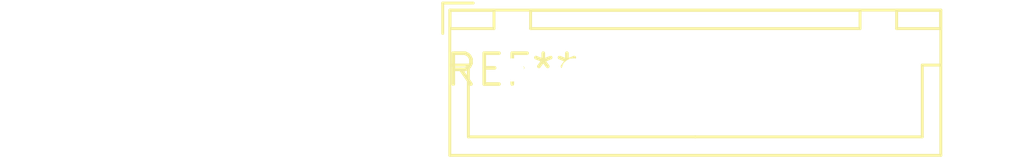
<source format=kicad_pcb>
(kicad_pcb (version 20240108) (generator pcbnew)
  (layers (0 "F.Cu" signal) (31 "B.Cu" signal) (34 "B.Paste" user) (35 "F.Paste" user) (36 "B.SilkS" user "B.Silkscreen") (37 "F.SilkS" user "F.Silkscreen") (38 "B.Mask" user) (39 "F.Mask" user) (44 "Edge.Cuts" user))
  (net 0 "")
  (footprint "JST_XH_B7B-XH-A_1x07_P2.50mm_Vertical" (layer "F.Cu") (at 0 0)
    (property "Reference" "REF**")
    (property "Value" "JST_XH_B7B-XH-A_1x07_P2.50mm_Vertical")
    (fp_line (start -2.85 -2.75) (end -2.85 -1.5) (layer "F.SilkS") (stroke (width 0.12)))
    (fp_line (start -2.56 -2.46) (end -2.56 3.51) (layer "F.SilkS") (stroke (width 0.12)))
    (fp_line (start -2.56 3.51) (end 17.56 3.51) (layer "F.SilkS") (stroke (width 0.12)))
    (fp_line (start -2.55 -2.45) (end -2.55 -1.7) (layer "F.SilkS") (stroke (width 0.12)))
    (fp_line (start -2.55 -1.7) (end -0.75 -1.7) (layer "F.SilkS") (stroke (width 0.12)))
    (fp_line (start -2.55 -0.2) (end -1.8 -0.2) (layer "F.SilkS") (stroke (width 0.12)))
    (fp_line (start -1.8 -0.2) (end -1.8 2.75) (layer "F.SilkS") (stroke (width 0.12)))
    (fp_line (start -1.8 2.75) (end 7.5 2.75) (layer "F.SilkS") (stroke (width 0.12)))
    (fp_line (start -1.6 -2.75) (end -2.85 -2.75) (layer "F.SilkS") (stroke (width 0.12)))
    (fp_line (start -0.75 -2.45) (end -2.55 -2.45) (layer "F.SilkS") (stroke (width 0.12)))
    (fp_line (start -0.75 -1.7) (end -0.75 -2.45) (layer "F.SilkS") (stroke (width 0.12)))
    (fp_line (start 0.75 -2.45) (end 0.75 -1.7) (layer "F.SilkS") (stroke (width 0.12)))
    (fp_line (start 0.75 -1.7) (end 14.25 -1.7) (layer "F.SilkS") (stroke (width 0.12)))
    (fp_line (start 14.25 -2.45) (end 0.75 -2.45) (layer "F.SilkS") (stroke (width 0.12)))
    (fp_line (start 14.25 -1.7) (end 14.25 -2.45) (layer "F.SilkS") (stroke (width 0.12)))
    (fp_line (start 15.75 -2.45) (end 15.75 -1.7) (layer "F.SilkS") (stroke (width 0.12)))
    (fp_line (start 15.75 -1.7) (end 17.55 -1.7) (layer "F.SilkS") (stroke (width 0.12)))
    (fp_line (start 16.8 -0.2) (end 16.8 2.75) (layer "F.SilkS") (stroke (width 0.12)))
    (fp_line (start 16.8 2.75) (end 7.5 2.75) (layer "F.SilkS") (stroke (width 0.12)))
    (fp_line (start 17.55 -2.45) (end 15.75 -2.45) (layer "F.SilkS") (stroke (width 0.12)))
    (fp_line (start 17.55 -1.7) (end 17.55 -2.45) (layer "F.SilkS") (stroke (width 0.12)))
    (fp_line (start 17.55 -0.2) (end 16.8 -0.2) (layer "F.SilkS") (stroke (width 0.12)))
    (fp_line (start 17.56 -2.46) (end -2.56 -2.46) (layer "F.SilkS") (stroke (width 0.12)))
    (fp_line (start 17.56 3.51) (end 17.56 -2.46) (layer "F.SilkS") (stroke (width 0.12)))
    (pad "1" thru_hole roundrect (at 0 0) (size 1.7 1.95) (drill 0.95) (layers *.Cu *.Mask) (remove_unused_layers) (roundrect_rratio 0.147059))
    (pad "2" thru_hole oval (at 2.5 0) (size 1.7 1.95) (drill 0.95) (layers *.Cu *.Mask) (remove_unused_layers))
    (pad "3" thru_hole oval (at 5 0) (size 1.7 1.95) (drill 0.95) (layers *.Cu *.Mask) (remove_unused_layers))
    (pad "4" thru_hole oval (at 7.5 0) (size 1.7 1.95) (drill 0.95) (layers *.Cu *.Mask) (remove_unused_layers))
    (pad "5" thru_hole oval (at 10 0) (size 1.7 1.95) (drill 0.95) (layers *.Cu *.Mask) (remove_unused_layers))
    (pad "6" thru_hole oval (at 12.5 0) (size 1.7 1.95) (drill 0.95) (layers *.Cu *.Mask) (remove_unused_layers))
    (pad "7" thru_hole oval (at 15 0) (size 1.7 1.95) (drill 0.95) (layers *.Cu *.Mask) (remove_unused_layers))
  )
)
</source>
